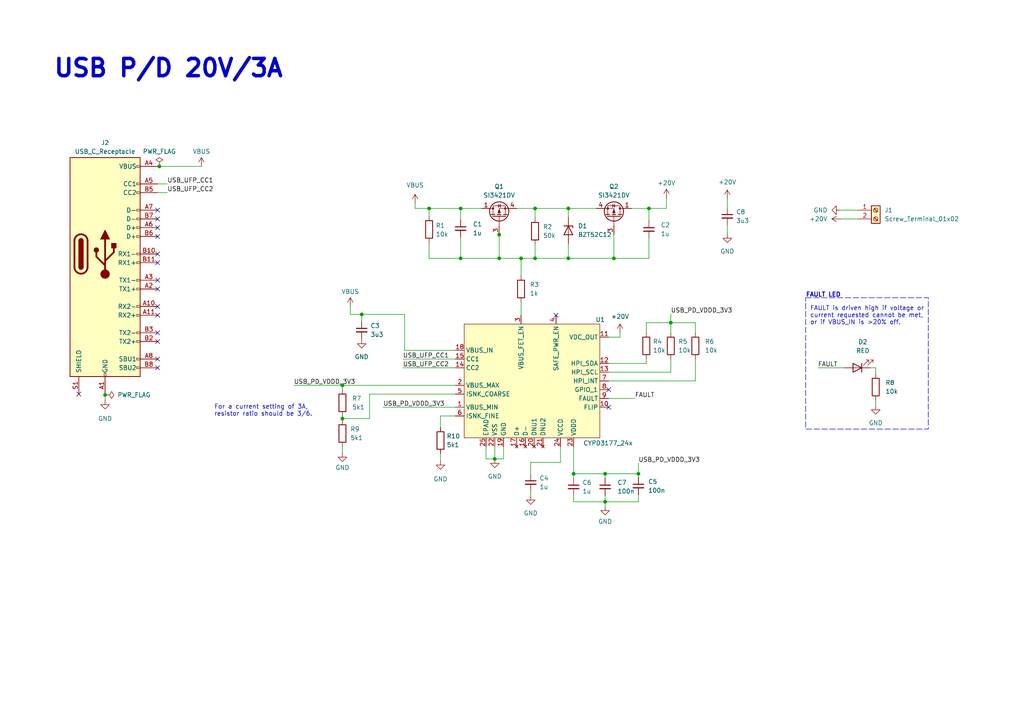
<source format=kicad_sch>
(kicad_sch (version 20230121) (generator eeschema)
  (paper "A4")
  (title_block (title "USB PD") (date "2024-01-21") (rev "v1.0"))
  (lib_symbols
    (symbol "Cake_USB:CYPD3177_24x"
      (property "Reference" "U" (at -24.13 15.24 0))
      (property "Value" "CYPD3177_24x" (at 22.86 20.32 0))
      (symbol "CYPD3177_24x_1_1"
        (rectangle (start -22.86 12.7) (end 16.51 -20.32) (fill (type background)))
        (pin input line (at -25.4 -11.43 0) (length 2.54) (name "VBUS_MIN") (number "1"))
        (pin bidirectional line (at 19.05 -11.43 180) (length 2.54) (name "FLIP") (number "10"))
        (pin power_out line (at 19.05 8.89 180) (length 2.54) (name "VDC_OUT") (number "11"))
        (pin bidirectional line (at 19.05 1.27 180) (length 2.54) (name "HPI_SDA") (number "12"))
        (pin input line (at 19.05 -1.27 180) (length 2.54) (name "HPI_SCL") (number "13"))
        (pin bidirectional line (at -25.4 0 0) (length 2.54) (name "CC2") (number "14"))
        (pin bidirectional line (at -25.4 2.54 0) (length 2.54) (name "CC1") (number "15"))
        (pin no_connect line (at -5.08 -22.86 90) (length 2.54) (name "D-") (number "16"))
        (pin no_connect line (at -7.62 -22.86 90) (length 2.54) (name "D+") (number "17"))
        (pin power_in line (at -25.4 5.08 0) (length 2.54) (name "VBUS_IN") (number "18"))
        (pin power_in line (at -11.43 -22.86 90) (length 2.54) (name "GND") (number "19"))
        (pin input line (at -25.4 -5.08 0) (length 2.54) (name "VBUS_MAX") (number "2"))
        (pin no_connect line (at -2.54 -22.86 90) (length 2.54) (name "DNU1") (number "20"))
        (pin no_connect line (at 0 -22.86 90) (length 2.54) (name "DNU2") (number "21"))
        (pin power_in line (at -13.97 -22.86 90) (length 2.54) (name "VSS") (number "22"))
        (pin power_out line (at 8.89 -22.86 90) (length 2.54) (name "VDDD") (number "23"))
        (pin power_out line (at 5.08 -22.86 90) (length 2.54) (name "VCCD") (number "24"))
        (pin power_in line (at -16.51 -22.86 90) (length 2.54) (name "EPAD") (number "25"))
        (pin output line (at -6.35 15.24 270) (length 2.54) (name "VBUS_FET_EN") (number "3"))
        (pin output line (at 3.81 15.24 270) (length 2.54) (name "SAFE_PWR_EN") (number "4"))
        (pin input line (at -25.4 -7.62 0) (length 2.54) (name "ISNK_COARSE") (number "5"))
        (pin input line (at -25.4 -13.97 0) (length 2.54) (name "ISNK_FINE") (number "6"))
        (pin input line (at 19.05 -3.81 180) (length 2.54) (name "HPI_INT") (number "7"))
        (pin bidirectional line (at 19.05 -6.35 180) (length 2.54) (name "GPIO_1") (number "8"))
        (pin output line (at 19.05 -8.89 180) (length 2.54) (name "FAULT") (number "9"))
      )
    )
    (symbol "Connector:Screw_Terminal_01x02" (pin_names (offset 1.016) hide)
      (property "Reference" "J" (at 0 2.54 0))
      (property "Value" "Screw_Terminal_01x02" (at 0 -5.08 0))
      (symbol "Screw_Terminal_01x02_1_1"
        (rectangle (start -1.27 1.27) (end 1.27 -3.81) (stroke (width 0.254)) (fill (type background)))
        (circle (center 0 -2.54) (radius 0.635) (stroke (width 0.1524)))
        (polyline (pts (xy -0.5334 -2.2098) (xy 0.3302 -3.048)) (stroke (width 0.1524)))
        (polyline (pts (xy -0.5334 0.3302) (xy 0.3302 -0.508)) (stroke (width 0.1524)))
        (polyline (pts (xy -0.3556 -2.032) (xy 0.508 -2.8702)) (stroke (width 0.1524)))
        (polyline (pts (xy -0.3556 0.508) (xy 0.508 -0.3302)) (stroke (width 0.1524)))
        (circle (center 0 0) (radius 0.635) (stroke (width 0.1524)))
        (pin passive line (at -5.08 0 0) (length 3.81) (name "Pin_1") (number "1"))
        (pin passive line (at -5.08 -2.54 0) (length 3.81) (name "Pin_2") (number "2"))
      )
    )
    (symbol "Connector:USB_C_Receptacle" (pin_names (offset 1.016))
      (property "Reference" "J" (at -10.16 29.21 0))
      (property "Value" "USB_C_Receptacle" (at 10.16 29.21 0))
      (symbol "USB_C_Receptacle_0_0"
        (rectangle (start -0.254 -35.56) (end 0.254 -34.544))
        (rectangle (start 10.16 -32.766) (end 9.144 -33.274))
        (rectangle (start 10.16 -30.226) (end 9.144 -30.734))
        (rectangle (start 10.16 -25.146) (end 9.144 -25.654))
        (rectangle (start 10.16 -22.606) (end 9.144 -23.114))
        (rectangle (start 10.16 -17.526) (end 9.144 -18.034))
        (rectangle (start 10.16 -14.986) (end 9.144 -15.494))
        (rectangle (start 10.16 -9.906) (end 9.144 -10.414))
        (rectangle (start 10.16 -7.366) (end 9.144 -7.874))
        (rectangle (start 10.16 -2.286) (end 9.144 -2.794))
        (rectangle (start 10.16 0.254) (end 9.144 -0.254))
        (rectangle (start 10.16 5.334) (end 9.144 4.826))
        (rectangle (start 10.16 7.874) (end 9.144 7.366))
        (rectangle (start 10.16 10.414) (end 9.144 9.906))
        (rectangle (start 10.16 12.954) (end 9.144 12.446))
        (rectangle (start 10.16 18.034) (end 9.144 17.526))
        (rectangle (start 10.16 20.574) (end 9.144 20.066))
        (rectangle (start 10.16 25.654) (end 9.144 25.146))
      )
      (symbol "USB_C_Receptacle_0_1"
        (rectangle (start -10.16 27.94) (end 10.16 -35.56) (stroke (width 0.254)) (fill (type background)))
        (arc (start -8.89 -3.81) (mid -6.985 -5.7067) (end -5.08 -3.81) (stroke (width 0.508)))
        (arc (start -7.62 -3.81) (mid -6.985 -4.4423) (end -6.35 -3.81) (stroke (width 0.254)))
        (arc (start -7.62 -3.81) (mid -6.985 -4.4423) (end -6.35 -3.81) (stroke (width 0.254)) (fill (type outline)))
        (rectangle (start -7.62 -3.81) (end -6.35 3.81) (stroke (width 0.254)) (fill (type outline)))
        (arc (start -6.35 3.81) (mid -6.985 4.4423) (end -7.62 3.81) (stroke (width 0.254)))
        (arc (start -6.35 3.81) (mid -6.985 4.4423) (end -7.62 3.81) (stroke (width 0.254)) (fill (type outline)))
        (arc (start -5.08 3.81) (mid -6.985 5.7067) (end -8.89 3.81) (stroke (width 0.508)))
        (polyline (pts (xy -8.89 -3.81) (xy -8.89 3.81)) (stroke (width 0.508)))
        (polyline (pts (xy -5.08 3.81) (xy -5.08 -3.81)) (stroke (width 0.508)))
      )
      (symbol "USB_C_Receptacle_1_1"
        (circle (center -2.54 1.143) (radius 0.635) (stroke (width 0.254)) (fill (type outline)))
        (circle (center 0 -5.842) (radius 1.27) (fill (type outline)))
        (polyline (pts (xy 0 -5.842) (xy 0 4.318)) (stroke (width 0.508)))
        (polyline (pts (xy 0 -3.302) (xy -2.54 -0.762) (xy -2.54 0.508)) (stroke (width 0.508)))
        (polyline (pts (xy 0 -2.032) (xy 2.54 0.508) (xy 2.54 1.778)) (stroke (width 0.508)))
        (polyline (pts (xy -1.27 4.318) (xy 0 6.858) (xy 1.27 4.318) (xy -1.27 4.318)) (stroke (width 0.254)) (fill (type outline)))
        (rectangle (start 1.905 1.778) (end 3.175 3.048) (stroke (width 0.254)) (fill (type outline)))
        (pin passive line (at 0 -40.64 90) (length 5.08) (name "GND") (number "A1"))
        (pin bidirectional line (at 15.24 -15.24 180) (length 5.08) (name "RX2-") (number "A10"))
        (pin bidirectional line (at 15.24 -17.78 180) (length 5.08) (name "RX2+") (number "A11"))
        (pin passive line (at 0 -40.64 90) (length 5.08) hide (name "GND") (number "A12"))
        (pin bidirectional line (at 15.24 -10.16 180) (length 5.08) (name "TX1+") (number "A2"))
        (pin bidirectional line (at 15.24 -7.62 180) (length 5.08) (name "TX1-") (number "A3"))
        (pin passive line (at 15.24 25.4 180) (length 5.08) (name "VBUS") (number "A4"))
        (pin bidirectional line (at 15.24 20.32 180) (length 5.08) (name "CC1") (number "A5"))
        (pin bidirectional line (at 15.24 7.62 180) (length 5.08) (name "D+") (number "A6"))
        (pin bidirectional line (at 15.24 12.7 180) (length 5.08) (name "D-") (number "A7"))
        (pin bidirectional line (at 15.24 -30.48 180) (length 5.08) (name "SBU1") (number "A8"))
        (pin passive line (at 15.24 25.4 180) (length 5.08) hide (name "VBUS") (number "A9"))
        (pin passive line (at 0 -40.64 90) (length 5.08) hide (name "GND") (number "B1"))
        (pin bidirectional line (at 15.24 0 180) (length 5.08) (name "RX1-") (number "B10"))
        (pin bidirectional line (at 15.24 -2.54 180) (length 5.08) (name "RX1+") (number "B11"))
        (pin passive line (at 0 -40.64 90) (length 5.08) hide (name "GND") (number "B12"))
        (pin bidirectional line (at 15.24 -25.4 180) (length 5.08) (name "TX2+") (number "B2"))
        (pin bidirectional line (at 15.24 -22.86 180) (length 5.08) (name "TX2-") (number "B3"))
        (pin passive line (at 15.24 25.4 180) (length 5.08) hide (name "VBUS") (number "B4"))
        (pin bidirectional line (at 15.24 17.78 180) (length 5.08) (name "CC2") (number "B5"))
        (pin bidirectional line (at 15.24 5.08 180) (length 5.08) (name "D+") (number "B6"))
        (pin bidirectional line (at 15.24 10.16 180) (length 5.08) (name "D-") (number "B7"))
        (pin bidirectional line (at 15.24 -33.02 180) (length 5.08) (name "SBU2") (number "B8"))
        (pin passive line (at 15.24 25.4 180) (length 5.08) hide (name "VBUS") (number "B9"))
        (pin passive line (at -7.62 -40.64 90) (length 5.08) (name "SHIELD") (number "S1"))
      )
    )
    (symbol "Device:C_Small" (pin_numbers hide) (pin_names (offset 0.254) hide)
      (property "Reference" "C" (at 0.254 1.778 0))
      (property "Value" "C_Small" (at 0.254 -2.032 0))
      (symbol "C_Small_0_1"
        (polyline (pts (xy -1.524 -0.508) (xy 1.524 -0.508)) (stroke (width 0.3302)))
        (polyline (pts (xy -1.524 0.508) (xy 1.524 0.508)) (stroke (width 0.3048)))
      )
      (symbol "C_Small_1_1"
        (pin passive line (at 0 2.54 270) (length 2.032) (name "~") (number "1"))
        (pin passive line (at 0 -2.54 90) (length 2.032) (name "~") (number "2"))
      )
    )
    (symbol "Device:D_Zener" (pin_numbers hide) (pin_names (offset 1.016) hide)
      (property "Reference" "D" (at 0 2.54 0))
      (property "Value" "D_Zener" (at 0 -2.54 0))
      (symbol "D_Zener_0_1"
        (polyline (pts (xy 1.27 0) (xy -1.27 0)))
        (polyline (pts (xy -1.27 -1.27) (xy -1.27 1.27) (xy -0.762 1.27)) (stroke (width 0.254)))
        (polyline (pts (xy 1.27 -1.27) (xy 1.27 1.27) (xy -1.27 0) (xy 1.27 -1.27)) (stroke (width 0.254)))
      )
      (symbol "D_Zener_1_1"
        (pin passive line (at -3.81 0 0) (length 2.54) (name "K") (number "1"))
        (pin passive line (at 3.81 0 180) (length 2.54) (name "A") (number "2"))
      )
    )
    (symbol "Device:LED" (pin_numbers hide) (pin_names (offset 1.016) hide)
      (property "Reference" "D" (at 0 2.54 0))
      (property "Value" "LED" (at 0 -2.54 0))
      (symbol "LED_0_1"
        (polyline (pts (xy -1.27 -1.27) (xy -1.27 1.27)) (stroke (width 0.254)))
        (polyline (pts (xy -1.27 0) (xy 1.27 0)))
        (polyline (pts (xy 1.27 -1.27) (xy 1.27 1.27) (xy -1.27 0) (xy 1.27 -1.27)) (stroke (width 0.254)))
        (polyline (pts (xy -3.048 -0.762) (xy -4.572 -2.286) (xy -3.81 -2.286) (xy -4.572 -2.286) (xy -4.572 -1.524)))
        (polyline (pts (xy -1.778 -0.762) (xy -3.302 -2.286) (xy -2.54 -2.286) (xy -3.302 -2.286) (xy -3.302 -1.524)))
      )
      (symbol "LED_1_1"
        (pin passive line (at -3.81 0 0) (length 2.54) (name "K") (number "1"))
        (pin passive line (at 3.81 0 180) (length 2.54) (name "A") (number "2"))
      )
    )
    (symbol "Device:R" (pin_numbers hide) (pin_names (offset 0))
      (property "Reference" "R" (at 2.032 0 90))
      (property "Value" "R" (at 0 0 90))
      (symbol "R_0_1"
        (rectangle (start -1.016 -2.54) (end 1.016 2.54) (stroke (width 0.254)))
      )
      (symbol "R_1_1"
        (pin passive line (at 0 3.81 270) (length 1.27) (name "~") (number "1"))
        (pin passive line (at 0 -3.81 90) (length 1.27) (name "~") (number "2"))
      )
    )
    (symbol "USBHUBSymbols:+20V" (power) (pin_names (offset 0))
      (property "Value" "+20V" (at 0 3.556 0))
      (symbol "+20V_0_1"
        (polyline (pts (xy -0.762 1.27) (xy 0 2.54)))
        (polyline (pts (xy 0 0) (xy 0 2.54)))
        (polyline (pts (xy 0 2.54) (xy 0.762 1.27)))
      )
      (symbol "+20V_1_1"
        (pin power_in line (at 0 0 90) (length 0) hide (name "+20V") (number "1"))
      )
    )
    (symbol "catSink:SI3421DV" (pin_names (offset 0) hide)
      (property "Reference" "Q" (at 2.54 7.62 0))
      (property "Value" "SI3421DV" (at 1.27 2.54 0))
      (symbol "SI3421DV_0_1"
        (circle (center -1.778 0) (radius 0.254) (fill (type outline)))
        (circle (center 0 -0.889) (radius 2.794) (stroke (width 0.254)))
        (polyline (pts (xy -2.54 0) (xy -1.778 0)))
        (polyline (pts (xy -2.286 -1.778) (xy -1.27 -1.778)) (stroke (width 0.254)))
        (polyline (pts (xy -1.905 -2.286) (xy 1.905 -2.286)) (stroke (width 0.254)))
        (polyline (pts (xy -0.508 -1.778) (xy 0.508 -1.778)) (stroke (width 0.254)))
        (polyline (pts (xy 0 -2.286) (xy 0 -5.08)))
        (polyline (pts (xy 1.27 -1.778) (xy 2.286 -1.778)) (stroke (width 0.254)))
        (polyline (pts (xy 2.54 0) (xy 0 0) (xy 0 -1.778)))
        (polyline (pts (xy -1.778 -1.778) (xy -1.778 0.762) (xy 1.778 0.762) (xy 1.778 -1.778)))
        (polyline (pts (xy 0 -0.254) (xy -0.381 -1.27) (xy 0.381 -1.27) (xy 0 -0.254)) (fill (type outline)))
        (polyline (pts (xy 0.381 0.762) (xy -0.254 0.381) (xy -0.254 1.143) (xy 0.381 0.762)))
        (polyline (pts (xy 0.508 0.254) (xy 0.381 0.381) (xy 0.381 1.143) (xy 0.254 1.27)))
        (circle (center 1.778 0) (radius 0.254) (fill (type outline)))
      )
      (symbol "SI3421DV_1_1"
        (pin passive line (at -5.08 0 0) (length 2.54) (name "D") (number "1"))
        (pin passive line (at -5.08 0 0) (length 2.54) hide (name "D1") (number "2"))
        (pin input line (at 0 -7.62 90) (length 2.54) (name "G") (number "3"))
        (pin passive line (at 5.08 0 180) (length 2.54) (name "S") (number "4"))
        (pin passive line (at -5.08 0 0) (length 2.54) hide (name "D2") (number "5"))
        (pin passive line (at -5.08 0 0) (length 2.54) hide (name "D3") (number "6"))
      )
    )
    (symbol "power:GND" (power) (pin_names (offset 0))
      (property "Value" "GND" (at 0 -3.81 0))
      (symbol "GND_0_1"
        (polyline (pts (xy 0 0) (xy 0 -1.27) (xy 1.27 -1.27) (xy 0 -2.54) (xy -1.27 -1.27) (xy 0 -1.27)))
      )
      (symbol "GND_1_1"
        (pin power_in line (at 0 0 270) (length 0) hide (name "GND") (number "1"))
      )
    )
    (symbol "power:PWR_FLAG" (power) (pin_numbers hide) (pin_names (offset 0) hide)
      (property "Value" "PWR_FLAG" (at 0 3.81 0))
      (symbol "PWR_FLAG_0_0"
        (pin power_out line (at 0 0 90) (length 0) (name "pwr") (number "1"))
      )
      (symbol "PWR_FLAG_0_1"
        (polyline (pts (xy 0 0) (xy 0 1.27) (xy -1.016 1.905) (xy 0 2.54) (xy 1.016 1.905) (xy 0 1.27)))
      )
    )
    (symbol "power:VBUS" (power) (pin_names (offset 0))
      (property "Value" "VBUS" (at 0 3.81 0))
      (symbol "VBUS_0_1"
        (polyline (pts (xy -0.762 1.27) (xy 0 2.54)))
        (polyline (pts (xy 0 0) (xy 0 2.54)))
        (polyline (pts (xy 0 2.54) (xy 0.762 1.27)))
      )
      (symbol "VBUS_1_1"
        (pin power_in line (at 0 0 90) (length 0) hide (name "VBUS") (number "1"))
      )
    )
  )
  (junction (at 144.78 74.93))
  (junction (at 194.564 93.599))
  (junction (at 175.514 145.542))
  (junction (at 46.228 48.26))
  (junction (at 151.13 74.93))
  (junction (at 99.314 111.76))
  (junction (at 124.46 60.452))
  (junction (at 99.314 121.412))
  (junction (at 104.902 91.186))
  (junction (at 175.514 137.414))
  (junction (at 143.51 133.096))
  (junction (at 185.166 137.414))
  (junction (at 166.37 137.414))
  (junction (at 178.054 74.93))
  (junction (at 188.214 60.452))
  (junction (at 133.604 60.452))
  (junction (at 144.78 68.072))
  (junction (at 133.604 74.93))
  (junction (at 30.48 114.554))
  (junction (at 155.194 74.93))
  (junction (at 155.194 60.452))
  (junction (at 164.846 74.93))
  (junction (at 164.846 60.452))
  (no_connect (at 176.53 118.11))
  (no_connect (at 22.86 114.3))
  (no_connect (at 45.72 76.2))
  (no_connect (at 45.72 83.82))
  (no_connect (at 45.72 91.44))
  (no_connect (at 45.72 60.96))
  (no_connect (at 45.72 96.52))
  (no_connect (at 45.72 68.58))
  (no_connect (at 45.72 104.14))
  (no_connect (at 45.72 81.28))
  (no_connect (at 45.72 88.9))
  (no_connect (at 45.72 66.04))
  (no_connect (at 45.72 99.06))
  (no_connect (at 45.72 106.68))
  (no_connect (at 161.29 91.44))
  (no_connect (at 45.72 73.66))
  (no_connect (at 45.72 63.5))
  (no_connect (at 176.53 113.03))
  (wire (pts (xy 124.46 70.358) (xy 124.46 74.93)))
  (wire (pts (xy 151.13 87.63) (xy 151.13 91.44)))
  (wire (pts (xy 133.604 68.834) (xy 133.604 74.93)))
  (wire (pts (xy 166.37 137.414) (xy 166.37 138.684)))
  (wire (pts (xy 185.166 143.51) (xy 185.166 145.542)))
  (wire (pts (xy 144.78 75.057) (xy 144.78 74.93)))
  (wire (pts (xy 175.514 145.542) (xy 185.166 145.542)))
  (wire (pts (xy 120.396 58.928) (xy 120.396 60.452)))
  (wire (pts (xy 99.314 129.54) (xy 99.314 131.318)))
  (wire (pts (xy 85.217 111.76) (xy 99.314 111.76)))
  (wire (pts (xy 144.78 67.818) (xy 144.526 67.818)))
  (wire (pts (xy 175.514 143.764) (xy 175.514 145.542)))
  (wire (pts (xy 99.314 121.412) (xy 107.188 121.412)))
  (wire (pts (xy 176.53 115.57) (xy 184.15 115.57)))
  (wire (pts (xy 124.46 74.93) (xy 133.604 74.93)))
  (wire (pts (xy 164.846 60.452) (xy 164.846 62.992)))
  (wire (pts (xy 162.56 134.112) (xy 153.924 134.112)))
  (wire (pts (xy 151.13 74.93) (xy 155.194 74.93)))
  (wire (pts (xy 201.676 96.52) (xy 201.676 93.599)))
  (wire (pts (xy 46.228 48.26) (xy 45.72 48.26)))
  (wire (pts (xy 188.214 60.452) (xy 193.294 60.452)))
  (wire (pts (xy 176.53 105.41) (xy 187.452 105.41)))
  (wire (pts (xy 144.526 68.072) (xy 144.78 68.072)))
  (wire (pts (xy 164.846 70.612) (xy 164.846 74.93)))
  (wire (pts (xy 149.86 60.452) (xy 155.194 60.452)))
  (wire (pts (xy 124.46 60.452) (xy 133.604 60.452)))
  (wire (pts (xy 175.514 137.414) (xy 175.514 138.684)))
  (wire (pts (xy 111.125 118.11) (xy 132.08 118.11)))
  (wire (pts (xy 187.452 105.41) (xy 187.452 104.14)))
  (wire (pts (xy 155.194 74.93) (xy 164.846 74.93)))
  (wire (pts (xy 104.902 91.186) (xy 117.348 91.186)))
  (wire (pts (xy 187.452 96.52) (xy 187.452 93.599)))
  (wire (pts (xy 127.762 120.65) (xy 127.762 123.952)))
  (wire (pts (xy 116.84 106.68) (xy 132.08 106.68)))
  (wire (pts (xy 164.846 74.93) (xy 178.054 74.93)))
  (wire (pts (xy 116.84 104.14) (xy 132.08 104.14)))
  (wire (pts (xy 30.48 114.554) (xy 30.48 116.078)))
  (wire (pts (xy 243.84 63.5) (xy 248.92 63.5)))
  (wire (pts (xy 254 106.68) (xy 252.476 106.68)))
  (wire (pts (xy 155.194 60.452) (xy 155.194 63.246)))
  (wire (pts (xy 210.947 65.278) (xy 210.947 67.818)))
  (wire (pts (xy 179.832 97.79) (xy 176.53 97.79)))
  (wire (pts (xy 101.6 91.186) (xy 101.6 88.9)))
  (wire (pts (xy 144.526 68.072) (xy 144.526 67.818)))
  (wire (pts (xy 188.214 69.088) (xy 188.214 74.93)))
  (wire (pts (xy 146.05 129.54) (xy 146.05 133.096)))
  (wire (pts (xy 144.78 68.072) (xy 144.78 74.93)))
  (wire (pts (xy 140.97 129.54) (xy 140.97 133.096)))
  (wire (pts (xy 120.396 60.452) (xy 124.46 60.452)))
  (wire (pts (xy 143.51 129.54) (xy 143.51 133.096)))
  (wire (pts (xy 179.832 96.52) (xy 179.832 97.79)))
  (wire (pts (xy 133.604 74.93) (xy 144.78 74.93)))
  (wire (pts (xy 194.564 93.599) (xy 194.564 96.52)))
  (wire (pts (xy 144.78 74.93) (xy 151.13 74.93)))
  (wire (pts (xy 151.13 80.01) (xy 151.13 74.93)))
  (wire (pts (xy 176.53 107.95) (xy 194.564 107.95)))
  (wire (pts (xy 201.676 110.49) (xy 201.676 104.14)))
  (wire (pts (xy 133.604 60.452) (xy 133.604 63.754)))
  (wire (pts (xy 146.05 133.096) (xy 143.51 133.096)))
  (wire (pts (xy 194.564 93.599) (xy 201.676 93.599)))
  (wire (pts (xy 176.53 110.49) (xy 201.676 110.49)))
  (wire (pts (xy 153.924 134.112) (xy 153.924 137.414)))
  (wire (pts (xy 46.228 48.26) (xy 58.42 48.26)))
  (wire (pts (xy 155.194 74.93) (xy 155.194 70.866)))
  (wire (pts (xy 166.37 143.764) (xy 166.37 145.542)))
  (wire (pts (xy 254 116.078) (xy 254 117.602)))
  (wire (pts (xy 162.56 129.54) (xy 162.56 134.112)))
  (wire (pts (xy 99.314 121.412) (xy 99.314 121.92)))
  (wire (pts (xy 30.48 114.3) (xy 30.48 114.554)))
  (wire (pts (xy 144.78 67.818) (xy 144.78 68.072)))
  (wire (pts (xy 166.37 137.414) (xy 175.514 137.414)))
  (wire (pts (xy 194.564 107.95) (xy 194.564 104.14)))
  (wire (pts (xy 166.37 129.54) (xy 166.37 137.414)))
  (wire (pts (xy 210.947 57.658) (xy 210.947 60.198)))
  (wire (pts (xy 132.08 120.65) (xy 127.762 120.65)))
  (wire (pts (xy 48.514 53.34) (xy 45.72 53.34)))
  (wire (pts (xy 187.452 93.599) (xy 194.564 93.599)))
  (wire (pts (xy 175.514 145.542) (xy 175.514 146.812)))
  (wire (pts (xy 153.924 142.494) (xy 153.924 143.764)))
  (wire (pts (xy 155.194 60.452) (xy 164.846 60.452)))
  (wire (pts (xy 178.054 68.072) (xy 178.054 74.93)))
  (wire (pts (xy 101.6 91.186) (xy 104.902 91.186)))
  (wire (pts (xy 99.314 111.76) (xy 99.314 113.03)))
  (wire (pts (xy 99.314 120.65) (xy 99.314 121.412)))
  (wire (pts (xy 185.166 134.366) (xy 185.166 137.414)))
  (wire (pts (xy 107.188 114.3) (xy 132.08 114.3)))
  (wire (pts (xy 178.054 74.93) (xy 188.214 74.93)))
  (wire (pts (xy 133.604 60.452) (xy 139.7 60.452)))
  (wire (pts (xy 99.314 111.76) (xy 132.08 111.76)))
  (wire (pts (xy 124.46 60.452) (xy 124.46 62.738)))
  (wire (pts (xy 107.188 121.412) (xy 107.188 114.3)))
  (wire (pts (xy 166.37 145.542) (xy 175.514 145.542)))
  (wire (pts (xy 188.214 60.452) (xy 188.214 64.008)))
  (wire (pts (xy 185.166 137.414) (xy 185.166 138.43)))
  (wire (pts (xy 185.166 137.414) (xy 175.514 137.414)))
  (wire (pts (xy 104.902 91.186) (xy 104.902 93.218)))
  (wire (pts (xy 127.762 131.572) (xy 127.762 133.604)))
  (wire (pts (xy 117.348 101.6) (xy 132.08 101.6)))
  (wire (pts (xy 164.846 60.452) (xy 172.974 60.452)))
  (wire (pts (xy 193.294 57.404) (xy 193.294 60.452)))
  (wire (pts (xy 117.348 91.186) (xy 117.348 101.6)))
  (wire (pts (xy 48.514 55.88) (xy 45.72 55.88)))
  (wire (pts (xy 104.902 98.298) (xy 104.902 98.425)))
  (wire (pts (xy 143.51 133.096) (xy 140.97 133.096)))
  (wire (pts (xy 254 106.68) (xy 254 108.458)))
  (wire (pts (xy 194.564 91.059) (xy 194.564 93.599)))
  (wire (pts (xy 243.84 60.96) (xy 248.92 60.96)))
  (wire (pts (xy 237.236 106.68) (xy 244.856 106.68)))
  (wire (pts (xy 183.134 60.452) (xy 188.214 60.452)))
  (rectangle (start 233.68 86.36) (end 269.24 124.46) (stroke (width 0) (type dash)))
  (text "FAULT is driven high if voltage or \ncurrent requested cannot be met,\nor if VBUS_IN is >20% off." (at 234.95 94.361 0) (effects (font (size 1.27 1.27)) (justify left bottom)))
  (text "USB P/D 20V/3A" (at 15.24 22.86 0) (effects (font (size 5 5) (thickness 1) bold) (justify left bottom)))
  (text "FAULT LED" (at 233.68 86.36 0) (effects (font (size 1.27 1.27) bold) (justify left bottom)))
  (text "For a current setting of 3A, \nresistor ratio should be 3/6." (at 62.103 120.904 0) (effects (font (size 1.27 1.27)) (justify left bottom)))
  (label "FAULT" (at 184.15 115.57 0))
  (label "USB_UFP_CC1" (at 48.514 53.34 0))
  (label "FAULT" (at 237.236 106.68 0))
  (label "USB_PD_VDDD_3V3" (at 111.125 118.11 0))
  (label "USB_UFP_CC2" (at 116.84 106.68 0))
  (label "USB_PD_VDDD_3V3" (at 185.166 134.366 0))
  (label "USB_PD_VDDD_3V3" (at 194.564 91.059 0))
  (label "USB_UFP_CC2" (at 48.514 55.88 0))
  (label "USB_PD_VDDD_3V3" (at 85.217 111.76 0))
  (label "USB_UFP_CC1" (at 116.84 104.14 0))
  (symbol (lib_id "power:GND") (at 153.924 143.764 0) (unit 1)
    (property "Reference" "#PWR010" (effects hide))
    (property "Value" "GND" (at 153.924 148.844 0))
  )
  (symbol (lib_id "Device:D_Zener") (at 164.846 66.802 270) (unit 1)
    (property "Reference" "D1" (at 167.64 65.532 90) (effects (justify left)))
    (property "Value" "BZT52C12" (at 167.64 68.072 90) (effects (justify left)))
    (property "Footprint" "Diode_SMD:D_SOD-123" (effects hide))
  )
  (symbol (lib_id "Connector:USB_C_Receptacle") (at 30.48 73.66 0) (unit 1)
    (property "Reference" "J2" (at 30.48 41.402 0))
    (property "Value" "USB_C_Receptacle" (at 30.48 43.942 0))
    (property "Footprint" "Cake_USB:USB_C_Receptacle_GT-USB-7052" (effects hide))
    (property "Datasheet" "https://www.usb.org/sites/default/files/documents/usb_type-c.zip" (effects hide))
  )
  (symbol (lib_id "power:VBUS") (at 58.42 48.26 0) (unit 1)
    (property "Reference" "#PWR017" (effects hide))
    (property "Value" "VBUS" (at 58.42 43.942 0))
  )
  (symbol (lib_id "Device:R") (at 124.46 66.548 0) (unit 1)
    (property "Reference" "R1" (at 126.365 65.405 0) (effects (justify left)))
    (property "Value" "10k" (at 126.365 67.945 0) (effects (justify left)))
    (property "Footprint" "Resistor_SMD:R_0603_1608Metric" (effects hide))
  )
  (symbol (lib_id "Device:R") (at 194.564 100.33 0) (unit 1)
    (property "Reference" "R5" (at 196.723 99.06 0) (effects (justify left)))
    (property "Value" "10k" (at 196.723 101.6 0) (effects (justify left)))
    (property "Footprint" "Resistor_SMD:R_0603_1608Metric" (effects hide))
  )
  (symbol (lib_id "Device:C_Small") (at 185.166 140.97 0) (unit 1)
    (property "Reference" "C5" (at 187.96 139.7063 0) (effects (justify left)))
    (property "Value" "100n" (at 187.96 142.2463 0) (effects (justify left)))
    (property "Footprint" "Capacitor_SMD:C_0603_1608Metric" (effects hide))
  )
  (symbol (lib_id "Device:R") (at 99.314 116.84 0) (unit 1)
    (property "Reference" "R7" (at 102.108 115.57 0) (effects (justify left)))
    (property "Value" "5k1" (at 102.108 118.11 0) (effects (justify left)))
    (property "Footprint" "Resistor_SMD:R_0603_1608Metric" (effects hide))
  )
  (symbol (lib_id "power:GND") (at 175.514 146.812 0) (unit 1)
    (property "Reference" "#PWR011" (effects hide))
    (property "Value" "GND" (at 175.514 151.257 0))
  )
  (symbol (lib_id "Connector:Screw_Terminal_01x02") (at 254 60.96 0) (unit 1)
    (property "Reference" "J1" (at 256.54 60.96 0) (effects (justify left)))
    (property "Value" "Screw_Terminal_01x02" (at 256.54 63.5 0) (effects (justify left)))
    (property "Footprint" "TerminalBlock_Phoenix:TerminalBlock_Phoenix_MKDS-1,5-2-5.08_1x02_P5.08mm_Horizontal" (effects hide))
  )
  (symbol (lib_id "Device:R") (at 187.452 100.33 0) (unit 1)
    (property "Reference" "R4" (at 189.357 99.06 0) (effects (justify left)))
    (property "Value" "10k" (at 189.357 101.6 0) (effects (justify left)))
    (property "Footprint" "Resistor_SMD:R_0603_1608Metric" (effects hide))
  )
  (symbol (lib_id "power:GND") (at 30.48 116.078 0) (unit 1)
    (property "Reference" "#PWR014" (effects hide))
    (property "Value" "GND" (at 30.48 121.412 0))
  )
  (symbol (lib_id "power:PWR_FLAG") (at 30.48 114.554 270) (unit 1)
    (property "Reference" "#FLG02" (effects hide))
    (property "Value" "PWR_FLAG" (at 34.036 114.554 90) (effects (justify left)))
  )
  (symbol (lib_id "power:GND") (at 243.84 60.96 270) (unit 1)
    (property "Reference" "#PWR013" (effects hide))
    (property "Value" "GND" (at 240.03 60.96 90) (effects (justify right)))
  )
  (symbol (lib_id "Device:R") (at 99.314 125.73 0) (unit 1)
    (property "Reference" "R9" (at 101.6 124.46 0) (effects (justify left)))
    (property "Value" "5k1" (at 101.6 127 0) (effects (justify left)))
    (property "Footprint" "Resistor_SMD:R_0603_1608Metric" (effects hide))
  )
  (symbol (lib_id "power:GND") (at 127.762 133.604 0) (unit 1)
    (property "Reference" "#PWR09" (effects hide))
    (property "Value" "GND" (at 127.762 138.938 0))
  )
  (symbol (lib_id "power:GND") (at 143.51 133.096 0) (unit 1)
    (property "Reference" "#PWR08" (effects hide))
    (property "Value" "GND" (at 143.51 138.176 0))
  )
  (symbol (lib_id "power:GND") (at 210.947 67.818 0) (unit 1)
    (property "Reference" "#PWR016" (effects hide))
    (property "Value" "GND" (at 210.947 72.898 0))
  )
  (symbol (lib_id "Device:R") (at 254 112.268 0) (unit 1)
    (property "Reference" "R8" (at 256.794 110.998 0) (effects (justify left)))
    (property "Value" "10k" (at 256.794 113.538 0) (effects (justify left)))
    (property "Footprint" "Resistor_SMD:R_0603_1608Metric" (effects hide))
  )
  (symbol (lib_id "Device:C_Small") (at 104.902 95.758 0) (unit 1)
    (property "Reference" "C3" (at 107.442 94.4943 0) (effects (justify left)))
    (property "Value" "3u3" (at 107.442 97.0343 0) (effects (justify left)))
    (property "Footprint" "Capacitor_SMD:C_0603_1608Metric" (effects hide))
  )
  (symbol (lib_id "Device:C_Small") (at 210.947 62.738 0) (unit 1)
    (property "Reference" "C8" (at 213.487 61.4743 0) (effects (justify left)))
    (property "Value" "3u3" (at 213.487 64.0143 0) (effects (justify left)))
    (property "Footprint" "Capacitor_SMD:C_0603_1608Metric" (effects hide))
  )
  (symbol (lib_id "Device:C_Small") (at 166.37 141.224 0) (unit 1)
    (property "Reference" "C6" (at 168.91 139.9603 0) (effects (justify left)))
    (property "Value" "1u" (at 168.91 142.5003 0) (effects (justify left)))
    (property "Footprint" "Capacitor_SMD:C_0603_1608Metric" (effects hide))
  )
  (symbol (lib_id "catSink:SI3421DV") (at 144.78 60.452 0) (unit 1)
    (property "Reference" "Q1" (at 144.78 54.102 0))
    (property "Value" "SI3421DV" (at 144.78 56.642 0))
    (property "Footprint" "Package_TO_SOT_SMD:SOT-23-6" (effects hide))
    (property "Datasheet" "https://www.mouser.mx/datasheet/2/427/si3421dv-1764435.pdf" (effects hide))
    (property "manf#" "SI3421DV-T1-GE3" (effects hide))
  )
  (symbol (lib_id "power:VBUS") (at 101.6 88.9 0) (unit 1)
    (property "Reference" "#PWR03" (effects hide))
    (property "Value" "VBUS" (at 101.6 84.582 0))
  )
  (symbol (lib_id "Cake_USB:CYPD3177_24x") (at 157.48 106.68 0) (unit 1)
    (property "Reference" "U1" (at 172.72 92.71 0) (effects (justify left)))
    (property "Value" "CYPD3177_24x" (at 169.164 128.524 0) (effects (justify left)))
    (property "Footprint" "Cake_USB:CYPD3177_24LQx_QFN-24_EP_4x4_Pitch0.5mm" (effects hide))
    (property "Datasheet" "https://www.infineon.com/dgdl/Infineon-EZ-PD_BCR_Datasheet_USB_Type-C_Port_Controller_for_Power_Sinks-DataSheet-v03_00-EN.pdf?fileId=8ac78c8c7d0d8da4017d0ee7ce9d70ad" (effects hide))
  )
  (symbol (lib_id "power:PWR_FLAG") (at 46.228 48.26 0) (unit 1)
    (property "Reference" "#FLG01" (effects hide))
    (property "Value" "PWR_FLAG" (at 46.228 43.942 0))
  )
  (symbol (lib_id "power:VBUS") (at 120.396 58.928 0) (unit 1)
    (property "Reference" "#PWR02" (effects hide))
    (property "Value" "VBUS" (at 120.396 53.721 0))
  )
  (symbol (lib_id "USBHUBSymbols:+20V") (at 243.84 63.5 90) (unit 1)
    (property "Reference" "#PWR012" (effects hide))
    (property "Value" "+20V" (at 240.03 63.5 90) (effects (justify left)))
  )
  (symbol (lib_id "Device:R") (at 151.13 83.82 0) (unit 1)
    (property "Reference" "R3" (at 153.67 82.55 0) (effects (justify left)))
    (property "Value" "1k" (at 153.67 85.09 0) (effects (justify left)))
    (property "Footprint" "Resistor_SMD:R_0603_1608Metric" (effects hide))
  )
  (symbol (lib_id "Device:LED") (at 248.666 106.68 180) (unit 1)
    (property "Reference" "D2" (at 250.2535 99.187 0))
    (property "Value" "RED" (at 250.2535 101.727 0))
    (property "Footprint" "LED_SMD:LED_0603_1608Metric" (effects hide))
  )
  (symbol (lib_id "Device:R") (at 201.676 100.33 0) (unit 1)
    (property "Reference" "R6" (at 204.47 99.06 0) (effects (justify left)))
    (property "Value" "10k" (at 204.47 101.6 0) (effects (justify left)))
    (property "Footprint" "Resistor_SMD:R_0603_1608Metric" (effects hide))
  )
  (symbol (lib_id "USBHUBSymbols:+20V") (at 193.294 57.404 0) (unit 1)
    (property "Reference" "#PWR01" (effects hide))
    (property "Value" "+20V" (at 193.294 53.086 0))
  )
  (symbol (lib_id "Device:C_Small") (at 188.214 66.548 0) (unit 1)
    (property "Reference" "C2" (at 191.643 65.2843 0) (effects (justify left)))
    (property "Value" "1u" (at 191.643 67.8243 0) (effects (justify left)))
    (property "Footprint" "Capacitor_SMD:C_0603_1608Metric" (effects hide))
  )
  (symbol (lib_id "USBHUBSymbols:+20V") (at 210.947 57.658 0) (unit 1)
    (property "Reference" "#PWR015" (effects hide))
    (property "Value" "+20V" (at 210.947 52.832 0))
  )
  (symbol (lib_id "Device:R") (at 127.762 127.762 0) (unit 1)
    (property "Reference" "R10" (at 129.54 126.492 0) (effects (justify left)))
    (property "Value" "5k1" (at 129.54 129.032 0) (effects (justify left)))
    (property "Footprint" "Resistor_SMD:R_0603_1608Metric" (effects hide))
  )
  (symbol (lib_id "power:GND") (at 104.902 98.425 0) (unit 1)
    (property "Reference" "#PWR05" (effects hide))
    (property "Value" "GND" (at 104.902 103.505 0))
  )
  (symbol (lib_id "USBHUBSymbols:+20V") (at 179.832 96.52 0) (unit 1)
    (property "Reference" "#PWR04" (effects hide))
    (property "Value" "+20V" (at 179.832 91.821 0))
  )
  (symbol (lib_id "power:GND") (at 254 117.602 0) (unit 1)
    (property "Reference" "#PWR06" (effects hide))
    (property "Value" "GND" (at 254 122.682 0))
  )
  (symbol (lib_id "Device:R") (at 155.194 67.056 0) (unit 1)
    (property "Reference" "R2" (at 157.48 65.786 0) (effects (justify left)))
    (property "Value" "50k" (at 157.48 68.326 0) (effects (justify left)))
    (property "Footprint" "Resistor_SMD:R_0603_1608Metric" (effects hide))
  )
  (symbol (lib_id "Device:C_Small") (at 133.604 66.294 0) (unit 1)
    (property "Reference" "C1" (at 137.16 65.0303 0) (effects (justify left)))
    (property "Value" "1u" (at 137.16 67.5703 0) (effects (justify left)))
    (property "Footprint" "Capacitor_SMD:C_0603_1608Metric" (effects hide))
  )
  (symbol (lib_id "power:GND") (at 99.314 131.318 0) (unit 1)
    (property "Reference" "#PWR07" (effects hide))
    (property "Value" "GND" (at 99.314 135.636 0))
  )
  (symbol (lib_id "Device:C_Small") (at 153.924 139.954 0) (unit 1)
    (property "Reference" "C4" (at 156.464 138.6903 0) (effects (justify left)))
    (property "Value" "1u" (at 156.464 141.2303 0) (effects (justify left)))
    (property "Footprint" "Capacitor_SMD:C_0603_1608Metric" (effects hide))
  )
  (symbol (lib_id "Device:C_Small") (at 175.514 141.224 0) (unit 1)
    (property "Reference" "C7" (at 179.07 139.9603 0) (effects (justify left)))
    (property "Value" "100n" (at 179.07 142.5003 0) (effects (justify left)))
    (property "Footprint" "Capacitor_SMD:C_0603_1608Metric" (effects hide))
  )
  (symbol (lib_id "catSink:SI3421DV") (at 178.054 60.452 0) (mirror y) (unit 1)
    (property "Reference" "Q2" (at 178.054 54.102 0))
    (property "Value" "SI3421DV" (at 178.054 56.642 0))
    (property "Footprint" "Package_TO_SOT_SMD:SOT-23-6" (effects hide))
    (property "Datasheet" "https://www.mouser.mx/datasheet/2/427/si3421dv-1764435.pdf" (effects hide))
    (property "manf#" "SI3421DV-T1-GE3" (effects hide))
  )
)
</source>
